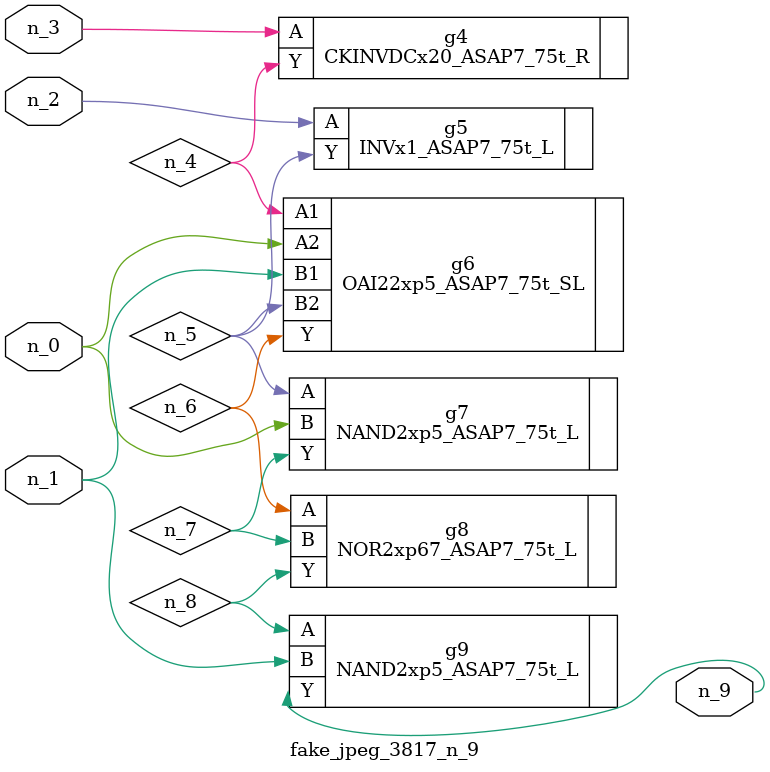
<source format=v>
module fake_jpeg_3817_n_9 (n_0, n_3, n_2, n_1, n_9);

input n_0;
input n_3;
input n_2;
input n_1;

output n_9;

wire n_4;
wire n_8;
wire n_6;
wire n_5;
wire n_7;

CKINVDCx20_ASAP7_75t_R g4 ( 
.A(n_3),
.Y(n_4)
);

INVx1_ASAP7_75t_L g5 ( 
.A(n_2),
.Y(n_5)
);

OAI22xp5_ASAP7_75t_SL g6 ( 
.A1(n_4),
.A2(n_0),
.B1(n_1),
.B2(n_5),
.Y(n_6)
);

NOR2xp67_ASAP7_75t_L g8 ( 
.A(n_6),
.B(n_7),
.Y(n_8)
);

NAND2xp5_ASAP7_75t_L g7 ( 
.A(n_5),
.B(n_0),
.Y(n_7)
);

NAND2xp5_ASAP7_75t_L g9 ( 
.A(n_8),
.B(n_1),
.Y(n_9)
);


endmodule
</source>
